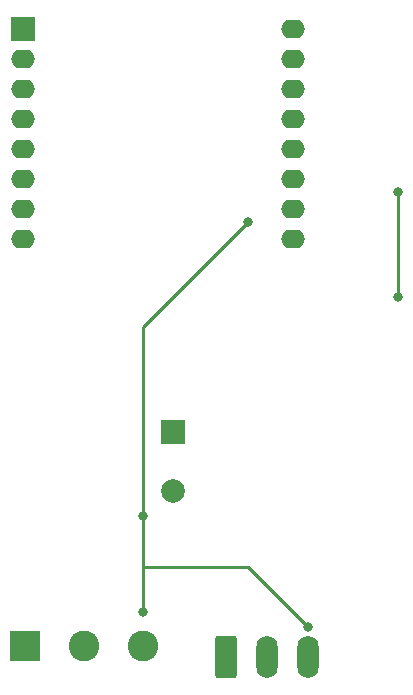
<source format=gbr>
%TF.GenerationSoftware,KiCad,Pcbnew,7.0.7*%
%TF.CreationDate,2023-10-27T22:05:31-06:00*%
%TF.ProjectId,RatGDO-OpenSource,52617447-444f-42d4-9f70-656e536f7572,rev?*%
%TF.SameCoordinates,Original*%
%TF.FileFunction,Copper,L2,Bot*%
%TF.FilePolarity,Positive*%
%FSLAX46Y46*%
G04 Gerber Fmt 4.6, Leading zero omitted, Abs format (unit mm)*
G04 Created by KiCad (PCBNEW 7.0.7) date 2023-10-27 22:05:31*
%MOMM*%
%LPD*%
G01*
G04 APERTURE LIST*
G04 Aperture macros list*
%AMRoundRect*
0 Rectangle with rounded corners*
0 $1 Rounding radius*
0 $2 $3 $4 $5 $6 $7 $8 $9 X,Y pos of 4 corners*
0 Add a 4 corners polygon primitive as box body*
4,1,4,$2,$3,$4,$5,$6,$7,$8,$9,$2,$3,0*
0 Add four circle primitives for the rounded corners*
1,1,$1+$1,$2,$3*
1,1,$1+$1,$4,$5*
1,1,$1+$1,$6,$7*
1,1,$1+$1,$8,$9*
0 Add four rect primitives between the rounded corners*
20,1,$1+$1,$2,$3,$4,$5,0*
20,1,$1+$1,$4,$5,$6,$7,0*
20,1,$1+$1,$6,$7,$8,$9,0*
20,1,$1+$1,$8,$9,$2,$3,0*%
G04 Aperture macros list end*
%TA.AperFunction,ComponentPad*%
%ADD10R,2.000000X2.000000*%
%TD*%
%TA.AperFunction,ComponentPad*%
%ADD11O,2.000000X1.600000*%
%TD*%
%TA.AperFunction,ComponentPad*%
%ADD12C,2.000000*%
%TD*%
%TA.AperFunction,ComponentPad*%
%ADD13RoundRect,0.250000X-0.650000X-1.550000X0.650000X-1.550000X0.650000X1.550000X-0.650000X1.550000X0*%
%TD*%
%TA.AperFunction,ComponentPad*%
%ADD14O,1.800000X3.600000*%
%TD*%
%TA.AperFunction,ComponentPad*%
%ADD15R,2.600000X2.600000*%
%TD*%
%TA.AperFunction,ComponentPad*%
%ADD16C,2.600000*%
%TD*%
%TA.AperFunction,ViaPad*%
%ADD17C,0.800000*%
%TD*%
%TA.AperFunction,Conductor*%
%ADD18C,0.250000*%
%TD*%
G04 APERTURE END LIST*
D10*
%TO.P,U1,1,~{RST}*%
%TO.N,unconnected-(U1-~{RST}-Pad1)*%
X129547500Y-66160000D03*
D11*
%TO.P,U1,2,A0*%
%TO.N,unconnected-(U1-A0-Pad2)*%
X129547500Y-68700000D03*
%TO.P,U1,3,D0*%
%TO.N,unconnected-(U1-D0-Pad3)*%
X129547500Y-71240000D03*
%TO.P,U1,4,SCK/D5*%
%TO.N,unconnected-(U1-SCK{slash}D5-Pad4)*%
X129547500Y-73780000D03*
%TO.P,U1,5,MISO/D6*%
%TO.N,unconnected-(U1-MISO{slash}D6-Pad5)*%
X129547500Y-76320000D03*
%TO.P,U1,6,MOSI/D7*%
%TO.N,unconnected-(U1-MOSI{slash}D7-Pad6)*%
X129547500Y-78860000D03*
%TO.P,U1,7,CS/D8*%
%TO.N,Net-(U1-CS{slash}D8)*%
X129547500Y-81400000D03*
%TO.P,U1,8,3V3*%
%TO.N,VCC*%
X129547500Y-83940000D03*
%TO.P,U1,9,5V*%
%TO.N,unconnected-(U1-5V-Pad9)*%
X152407500Y-83940000D03*
%TO.P,U1,10,GND*%
%TO.N,GND*%
X152407500Y-81400000D03*
%TO.P,U1,11,D4*%
%TO.N,unconnected-(U1-D4-Pad11)*%
X152407500Y-78860000D03*
%TO.P,U1,12,D3*%
%TO.N,unconnected-(U1-D3-Pad12)*%
X152407500Y-76320000D03*
%TO.P,U1,13,SDA/D2*%
%TO.N,unconnected-(U1-SDA{slash}D2-Pad13)*%
X152407500Y-73780000D03*
%TO.P,U1,14,SCL/D1*%
%TO.N,Net-(Q1-D)*%
X152407500Y-71240000D03*
%TO.P,U1,15,RX*%
%TO.N,unconnected-(U1-RX-Pad15)*%
X152407500Y-68700000D03*
%TO.P,U1,16,TX*%
%TO.N,unconnected-(U1-TX-Pad16)*%
X152407500Y-66160000D03*
%TD*%
D10*
%TO.P,C2,1*%
%TO.N,VCC*%
X142240000Y-100330000D03*
D12*
%TO.P,C2,2*%
%TO.N,GND*%
X142240000Y-105330000D03*
%TD*%
D13*
%TO.P,J2,1,Pin_1*%
%TO.N,Net-(J1-Pin_1)*%
X146670000Y-119380000D03*
D14*
%TO.P,J2,2,Pin_2*%
%TO.N,Net-(J1-Pin_2)*%
X150170000Y-119380000D03*
%TO.P,J2,3,Pin_3*%
%TO.N,GND*%
X153670000Y-119380000D03*
%TD*%
D15*
%TO.P,J1,1,Pin_1*%
%TO.N,Net-(J1-Pin_1)*%
X129700000Y-118415000D03*
D16*
%TO.P,J1,2,Pin_2*%
%TO.N,Net-(J1-Pin_2)*%
X134700000Y-118415000D03*
%TO.P,J1,3,Pin_3*%
%TO.N,GND*%
X139700000Y-118415000D03*
%TD*%
D17*
%TO.N,GND*%
X153670000Y-116840000D03*
X139700000Y-107460000D03*
X139700000Y-115570000D03*
X161290000Y-88900000D03*
X161290000Y-80010000D03*
X148590000Y-82550000D03*
%TD*%
D18*
%TO.N,GND*%
X139700000Y-107950000D02*
X139700000Y-91440000D01*
X161290000Y-80010000D02*
X161290000Y-88900000D01*
X148590000Y-111760000D02*
X153670000Y-116840000D01*
X139700000Y-107950000D02*
X139700000Y-107460000D01*
X139700000Y-111760000D02*
X148590000Y-111760000D01*
X139700000Y-91440000D02*
X148590000Y-82550000D01*
X139700000Y-115570000D02*
X139700000Y-111760000D01*
X139700000Y-111760000D02*
X139700000Y-107950000D01*
%TD*%
M02*

</source>
